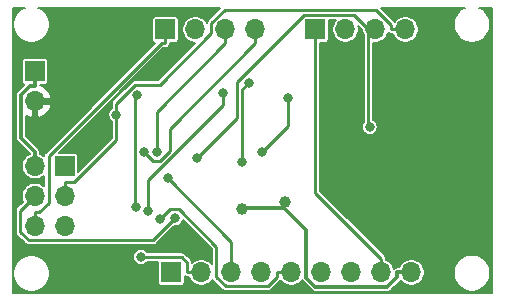
<source format=gbl>
%TF.GenerationSoftware,KiCad,Pcbnew,5.1.10-88a1d61d58~88~ubuntu20.04.1*%
%TF.CreationDate,2021-06-25T21:15:04-07:00*%
%TF.ProjectId,BACEE,42414345-452e-46b6-9963-61645f706362,1*%
%TF.SameCoordinates,Original*%
%TF.FileFunction,Copper,L2,Bot*%
%TF.FilePolarity,Positive*%
%FSLAX46Y46*%
G04 Gerber Fmt 4.6, Leading zero omitted, Abs format (unit mm)*
G04 Created by KiCad (PCBNEW 5.1.10-88a1d61d58~88~ubuntu20.04.1) date 2021-06-25 21:15:04*
%MOMM*%
%LPD*%
G01*
G04 APERTURE LIST*
%TA.AperFunction,ComponentPad*%
%ADD10R,1.700000X1.700000*%
%TD*%
%TA.AperFunction,ComponentPad*%
%ADD11O,1.700000X1.700000*%
%TD*%
%TA.AperFunction,ViaPad*%
%ADD12C,1.000000*%
%TD*%
%TA.AperFunction,ViaPad*%
%ADD13C,0.800000*%
%TD*%
%TA.AperFunction,Conductor*%
%ADD14C,0.300000*%
%TD*%
%TA.AperFunction,Conductor*%
%ADD15C,0.250000*%
%TD*%
%TA.AperFunction,Conductor*%
%ADD16C,0.150000*%
%TD*%
%TA.AperFunction,Conductor*%
%ADD17C,0.100000*%
%TD*%
G04 APERTURE END LIST*
D10*
%TO.P,BT1-3.3V,1*%
%TO.N,/Vcc*%
X68961000Y-100076000D03*
D11*
%TO.P,BT1-3.3V,2*%
%TO.N,GNDPWR*%
X68961000Y-102616000D03*
%TD*%
D10*
%TO.P,J1,1*%
%TO.N,/Connectors/GND*%
X80010000Y-96520000D03*
D11*
%TO.P,J1,2*%
%TO.N,/Vcc*%
X82550000Y-96520000D03*
%TO.P,J1,3*%
%TO.N,/RX*%
X85090000Y-96520000D03*
%TO.P,J1,4*%
%TO.N,/TX*%
X87630000Y-96520000D03*
%TD*%
D10*
%TO.P,J2,1*%
%TO.N,/D2*%
X80518000Y-117094000D03*
D11*
%TO.P,J2,2*%
%TO.N,/D3*%
X83058000Y-117094000D03*
%TO.P,J2,3*%
%TO.N,/D4*%
X85598000Y-117094000D03*
%TO.P,J2,4*%
%TO.N,/D5*%
X88138000Y-117094000D03*
%TO.P,J2,5*%
%TO.N,/D6*%
X90678000Y-117094000D03*
%TO.P,J2,6*%
%TO.N,/D7*%
X93218000Y-117094000D03*
%TO.P,J2,7*%
%TO.N,/D8*%
X95758000Y-117094000D03*
%TO.P,J2,8*%
%TO.N,/Connectors/GND*%
X98298000Y-117094000D03*
%TO.P,J2,9*%
%TO.N,/Vcc*%
X100838000Y-117094000D03*
%TD*%
%TO.P,J3,4*%
%TO.N,/SCL*%
X100330000Y-96520000D03*
%TO.P,J3,3*%
%TO.N,/SDA*%
X97790000Y-96520000D03*
%TO.P,J3,2*%
%TO.N,/Vcc*%
X95250000Y-96520000D03*
D10*
%TO.P,J3,1*%
%TO.N,/Connectors/GND*%
X92710000Y-96520000D03*
%TD*%
%TO.P,J4,1*%
%TO.N,/MISO*%
X71501000Y-108087000D03*
D11*
%TO.P,J4,2*%
%TO.N,/Vcc*%
X68961000Y-108087000D03*
%TO.P,J4,3*%
%TO.N,/SCL*%
X71501000Y-110627000D03*
%TO.P,J4,4*%
%TO.N,/MOSI*%
X68961000Y-110627000D03*
%TO.P,J4,5*%
%TO.N,/RESET*%
X71501000Y-113167000D03*
%TO.P,J4,6*%
%TO.N,/Connectors/GND*%
X68961000Y-113167000D03*
%TD*%
D12*
%TO.N,/Vcc*%
X86482900Y-111728000D03*
X90114100Y-111125000D03*
D13*
%TO.N,Net-(C1-Pad2)*%
X77521400Y-111537600D03*
X77615800Y-102098100D03*
%TO.N,Net-(C2-Pad2)*%
X78541500Y-111897800D03*
X84905400Y-101911100D03*
%TO.N,/RX*%
X79285600Y-106888800D03*
%TO.N,/TX*%
X78223400Y-106932800D03*
%TO.N,/D3*%
X77948800Y-115792700D03*
%TO.N,/D4*%
X80244300Y-109118600D03*
%TO.N,/D6*%
X79594200Y-112558600D03*
%TO.N,/SCL*%
X75853800Y-103737300D03*
%TO.N,/SDA*%
X82663500Y-107403200D03*
X97306400Y-104775000D03*
%TO.N,/MOSI*%
X80855700Y-112510500D03*
%TO.N,/ADDS1*%
X87092800Y-101016700D03*
X86537900Y-107728000D03*
%TO.N,/ADDS2*%
X90408700Y-102305800D03*
X88173200Y-106928000D03*
%TD*%
D14*
%TO.N,/Vcc*%
X100838000Y-117094000D02*
X99637700Y-117094000D01*
X90056600Y-111636600D02*
X86574300Y-111636600D01*
X86574300Y-111636600D02*
X86482900Y-111728000D01*
X90056600Y-111636600D02*
X90056600Y-111182500D01*
X90056600Y-111182500D02*
X90114100Y-111125000D01*
X99637700Y-117094000D02*
X99637700Y-117469100D01*
X99637700Y-117469100D02*
X98812400Y-118294400D01*
X98812400Y-118294400D02*
X92712700Y-118294400D01*
X92712700Y-118294400D02*
X91948000Y-117529700D01*
X91948000Y-117529700D02*
X91948000Y-113528000D01*
X91948000Y-113528000D02*
X90056600Y-111636600D01*
X68961000Y-100076000D02*
X68961000Y-101276300D01*
X68961000Y-108087000D02*
X68961000Y-106886700D01*
X68961000Y-106886700D02*
X67760700Y-105686400D01*
X67760700Y-105686400D02*
X67760700Y-102101400D01*
X67760700Y-102101400D02*
X68585800Y-101276300D01*
X68585800Y-101276300D02*
X68961000Y-101276300D01*
D15*
%TO.N,Net-(C1-Pad2)*%
X77521400Y-111537600D02*
X77422800Y-111439000D01*
X77422800Y-111439000D02*
X77422800Y-102291100D01*
X77422800Y-102291100D02*
X77615800Y-102098100D01*
%TO.N,Net-(C2-Pad2)*%
X84905400Y-101911100D02*
X84905400Y-102941400D01*
X84905400Y-102941400D02*
X78541500Y-109305300D01*
X78541500Y-109305300D02*
X78541500Y-111897800D01*
%TO.N,/Connectors/GND*%
X92710000Y-97695300D02*
X92710000Y-110330700D01*
X92710000Y-110330700D02*
X98298000Y-115918700D01*
X92710000Y-96520000D02*
X92710000Y-97695300D01*
X98298000Y-117094000D02*
X98298000Y-115918700D01*
X80010000Y-97695300D02*
X79684600Y-97695300D01*
X79684600Y-97695300D02*
X70136300Y-107243600D01*
X70136300Y-107243600D02*
X70136300Y-111183800D01*
X70136300Y-111183800D02*
X69328400Y-111991700D01*
X69328400Y-111991700D02*
X68961000Y-111991700D01*
X68961000Y-113167000D02*
X68961000Y-111991700D01*
X80010000Y-96520000D02*
X80010000Y-97695300D01*
%TO.N,/RX*%
X85090000Y-96520000D02*
X85090000Y-97695300D01*
X85090000Y-97695300D02*
X79285600Y-103499700D01*
X79285600Y-103499700D02*
X79285600Y-106888800D01*
%TO.N,/TX*%
X87630000Y-97695300D02*
X80398000Y-104927300D01*
X80398000Y-104927300D02*
X80398000Y-106802200D01*
X80398000Y-106802200D02*
X79561500Y-107638700D01*
X79561500Y-107638700D02*
X78929300Y-107638700D01*
X78929300Y-107638700D02*
X78223400Y-106932800D01*
X87630000Y-96520000D02*
X87630000Y-97695300D01*
%TO.N,/D3*%
X81882700Y-117094000D02*
X81882700Y-116286000D01*
X81882700Y-116286000D02*
X81389400Y-115792700D01*
X81389400Y-115792700D02*
X77948800Y-115792700D01*
X83058000Y-117094000D02*
X81882700Y-117094000D01*
%TO.N,/D4*%
X85598000Y-117094000D02*
X85598000Y-114472300D01*
X85598000Y-114472300D02*
X80244300Y-109118600D01*
%TO.N,/D6*%
X89502700Y-117094000D02*
X89502700Y-117461300D01*
X89502700Y-117461300D02*
X88694600Y-118269400D01*
X88694600Y-118269400D02*
X85109200Y-118269400D01*
X85109200Y-118269400D02*
X84328000Y-117488200D01*
X84328000Y-117488200D02*
X84328000Y-114934900D01*
X84328000Y-114934900D02*
X81132400Y-111739300D01*
X81132400Y-111739300D02*
X80413500Y-111739300D01*
X80413500Y-111739300D02*
X79594200Y-112558600D01*
X90678000Y-117094000D02*
X89502700Y-117094000D01*
%TO.N,/SCL*%
X100330000Y-96520000D02*
X99154700Y-96520000D01*
X99154700Y-96520000D02*
X99154700Y-96152700D01*
X99154700Y-96152700D02*
X97863200Y-94861200D01*
X97863200Y-94861200D02*
X85040700Y-94861200D01*
X85040700Y-94861200D02*
X83914600Y-95987300D01*
X83914600Y-95987300D02*
X83914600Y-96825200D01*
X83914600Y-96825200D02*
X79538700Y-101201100D01*
X79538700Y-101201100D02*
X77452800Y-101201100D01*
X77452800Y-101201100D02*
X75853800Y-102800100D01*
X75853800Y-102800100D02*
X75853800Y-103737300D01*
X71501000Y-110627000D02*
X71501000Y-109451700D01*
X71501000Y-109451700D02*
X72309000Y-109451700D01*
X72309000Y-109451700D02*
X75853800Y-105906900D01*
X75853800Y-105906900D02*
X75853800Y-103737300D01*
%TO.N,/SDA*%
X97202400Y-96520000D02*
X96009900Y-95327500D01*
X96009900Y-95327500D02*
X91736500Y-95327500D01*
X91736500Y-95327500D02*
X86087500Y-100976500D01*
X86087500Y-100976500D02*
X86087500Y-103979200D01*
X86087500Y-103979200D02*
X82663500Y-107403200D01*
X97306400Y-104775000D02*
X97202400Y-104671000D01*
X97202400Y-104671000D02*
X97202400Y-96520000D01*
X97790000Y-96520000D02*
X97202400Y-96520000D01*
%TO.N,/MOSI*%
X68961000Y-110627000D02*
X67733700Y-111854300D01*
X67733700Y-111854300D02*
X67733700Y-113668400D01*
X67733700Y-113668400D02*
X68434700Y-114369400D01*
X68434700Y-114369400D02*
X78996800Y-114369400D01*
X78996800Y-114369400D02*
X80855700Y-112510500D01*
%TO.N,/ADDS1*%
X87092800Y-101016700D02*
X86537900Y-101571600D01*
X86537900Y-101571600D02*
X86537900Y-107728000D01*
%TO.N,/ADDS2*%
X90408700Y-102305800D02*
X90408700Y-104692500D01*
X90408700Y-104692500D02*
X88173200Y-106928000D01*
%TD*%
D16*
%TO.N,GNDPWR*%
X67941507Y-94728984D02*
X67685603Y-94899974D01*
X67467974Y-95117603D01*
X67296984Y-95373507D01*
X67179204Y-95657853D01*
X67119160Y-95959713D01*
X67119160Y-96267487D01*
X67179204Y-96569347D01*
X67296984Y-96853693D01*
X67467974Y-97109597D01*
X67685603Y-97327226D01*
X67941507Y-97498216D01*
X68225853Y-97615996D01*
X68527713Y-97676040D01*
X68835487Y-97676040D01*
X69137347Y-97615996D01*
X69421693Y-97498216D01*
X69677597Y-97327226D01*
X69895226Y-97109597D01*
X70066216Y-96853693D01*
X70183996Y-96569347D01*
X70244040Y-96267487D01*
X70244040Y-95959713D01*
X70183996Y-95657853D01*
X70066216Y-95373507D01*
X69895226Y-95117603D01*
X69677597Y-94899974D01*
X69421693Y-94728984D01*
X69257565Y-94661000D01*
X84675214Y-94661000D01*
X83645652Y-95690563D01*
X83630389Y-95703089D01*
X83580403Y-95763998D01*
X83543260Y-95833487D01*
X83520388Y-95908886D01*
X83520388Y-95908887D01*
X83517087Y-95942402D01*
X83423844Y-95802855D01*
X83267145Y-95646156D01*
X83082887Y-95523038D01*
X82878150Y-95438233D01*
X82660803Y-95395000D01*
X82439197Y-95395000D01*
X82221850Y-95438233D01*
X82017113Y-95523038D01*
X81832855Y-95646156D01*
X81676156Y-95802855D01*
X81553038Y-95987113D01*
X81468233Y-96191850D01*
X81425000Y-96409197D01*
X81425000Y-96630803D01*
X81468233Y-96848150D01*
X81553038Y-97052887D01*
X81676156Y-97237145D01*
X81832855Y-97393844D01*
X82017113Y-97516962D01*
X82221850Y-97601767D01*
X82439197Y-97645000D01*
X82529114Y-97645000D01*
X79373015Y-100801100D01*
X77472435Y-100801100D01*
X77452799Y-100799166D01*
X77433163Y-100801100D01*
X77433153Y-100801100D01*
X77374386Y-100806888D01*
X77298986Y-100829760D01*
X77229497Y-100866903D01*
X77168589Y-100916889D01*
X77156065Y-100932150D01*
X75584852Y-102503363D01*
X75569589Y-102515889D01*
X75519603Y-102576798D01*
X75482460Y-102646287D01*
X75467296Y-102696277D01*
X75459588Y-102721687D01*
X75451865Y-102800100D01*
X75453800Y-102819747D01*
X75453800Y-103192756D01*
X75423513Y-103212993D01*
X75329493Y-103307013D01*
X75255623Y-103417568D01*
X75204740Y-103540410D01*
X75178800Y-103670818D01*
X75178800Y-103803782D01*
X75204740Y-103934190D01*
X75255623Y-104057032D01*
X75329493Y-104167587D01*
X75423513Y-104261607D01*
X75453801Y-104281844D01*
X75453800Y-105741214D01*
X72627330Y-108567685D01*
X72627330Y-107237000D01*
X72622020Y-107183091D01*
X72606296Y-107131253D01*
X72580760Y-107083479D01*
X72546395Y-107041605D01*
X72504521Y-107007240D01*
X72456747Y-106981704D01*
X72404909Y-106965980D01*
X72351000Y-106960670D01*
X70984915Y-106960670D01*
X79850285Y-98095300D01*
X79990354Y-98095300D01*
X80010000Y-98097235D01*
X80088414Y-98089512D01*
X80163814Y-98066640D01*
X80233303Y-98029497D01*
X80294211Y-97979511D01*
X80344197Y-97918603D01*
X80381340Y-97849114D01*
X80404212Y-97773714D01*
X80410000Y-97714947D01*
X80411935Y-97695300D01*
X80410000Y-97675653D01*
X80410000Y-97646330D01*
X80860000Y-97646330D01*
X80913909Y-97641020D01*
X80965747Y-97625296D01*
X81013521Y-97599760D01*
X81055395Y-97565395D01*
X81089760Y-97523521D01*
X81115296Y-97475747D01*
X81131020Y-97423909D01*
X81136330Y-97370000D01*
X81136330Y-95670000D01*
X81131020Y-95616091D01*
X81115296Y-95564253D01*
X81089760Y-95516479D01*
X81055395Y-95474605D01*
X81013521Y-95440240D01*
X80965747Y-95414704D01*
X80913909Y-95398980D01*
X80860000Y-95393670D01*
X79160000Y-95393670D01*
X79106091Y-95398980D01*
X79054253Y-95414704D01*
X79006479Y-95440240D01*
X78964605Y-95474605D01*
X78930240Y-95516479D01*
X78904704Y-95564253D01*
X78888980Y-95616091D01*
X78883670Y-95670000D01*
X78883670Y-97370000D01*
X78888980Y-97423909D01*
X78904704Y-97475747D01*
X78930240Y-97523521D01*
X78964605Y-97565395D01*
X79006479Y-97599760D01*
X79054253Y-97625296D01*
X79106091Y-97641020D01*
X79160000Y-97646330D01*
X79167885Y-97646330D01*
X69867352Y-106946863D01*
X69852089Y-106959389D01*
X69802103Y-107020298D01*
X69764960Y-107089787D01*
X69750821Y-107136397D01*
X69742088Y-107165187D01*
X69734365Y-107243600D01*
X69736300Y-107263247D01*
X69736300Y-107271311D01*
X69678145Y-107213156D01*
X69493887Y-107090038D01*
X69386000Y-107045350D01*
X69386000Y-106907574D01*
X69388056Y-106886700D01*
X69379850Y-106803386D01*
X69355548Y-106723273D01*
X69348185Y-106709498D01*
X69316084Y-106649440D01*
X69262974Y-106584726D01*
X69246756Y-106571416D01*
X68185700Y-105510360D01*
X68185700Y-103812954D01*
X68300960Y-103887950D01*
X68561788Y-103992277D01*
X68782000Y-103892033D01*
X68782000Y-102795000D01*
X69140000Y-102795000D01*
X69140000Y-103892033D01*
X69360212Y-103992277D01*
X69621040Y-103887950D01*
X69856503Y-103734742D01*
X70057552Y-103538542D01*
X70216461Y-103306889D01*
X70327123Y-103048685D01*
X70337270Y-103015211D01*
X70235744Y-102795000D01*
X69140000Y-102795000D01*
X68782000Y-102795000D01*
X68762000Y-102795000D01*
X68762000Y-102437000D01*
X68782000Y-102437000D01*
X68782000Y-102417000D01*
X69140000Y-102417000D01*
X69140000Y-102437000D01*
X70235744Y-102437000D01*
X70337270Y-102216789D01*
X70327123Y-102183315D01*
X70216461Y-101925111D01*
X70057552Y-101693458D01*
X69856503Y-101497258D01*
X69621040Y-101344050D01*
X69386000Y-101250038D01*
X69386000Y-101202330D01*
X69811000Y-101202330D01*
X69864909Y-101197020D01*
X69916747Y-101181296D01*
X69964521Y-101155760D01*
X70006395Y-101121395D01*
X70040760Y-101079521D01*
X70066296Y-101031747D01*
X70082020Y-100979909D01*
X70087330Y-100926000D01*
X70087330Y-99226000D01*
X70082020Y-99172091D01*
X70066296Y-99120253D01*
X70040760Y-99072479D01*
X70006395Y-99030605D01*
X69964521Y-98996240D01*
X69916747Y-98970704D01*
X69864909Y-98954980D01*
X69811000Y-98949670D01*
X68111000Y-98949670D01*
X68057091Y-98954980D01*
X68005253Y-98970704D01*
X67957479Y-98996240D01*
X67915605Y-99030605D01*
X67881240Y-99072479D01*
X67855704Y-99120253D01*
X67839980Y-99172091D01*
X67834670Y-99226000D01*
X67834670Y-100926000D01*
X67839980Y-100979909D01*
X67855704Y-101031747D01*
X67881240Y-101079521D01*
X67915605Y-101121395D01*
X67957479Y-101155760D01*
X68005253Y-101181296D01*
X68057091Y-101197020D01*
X68063417Y-101197643D01*
X67474939Y-101786121D01*
X67458727Y-101799426D01*
X67405617Y-101864140D01*
X67392241Y-101889165D01*
X67366153Y-101937973D01*
X67341850Y-102018086D01*
X67333645Y-102101400D01*
X67335701Y-102122277D01*
X67335700Y-105665533D01*
X67333645Y-105686400D01*
X67335700Y-105707267D01*
X67335700Y-105707273D01*
X67341850Y-105769713D01*
X67366152Y-105849826D01*
X67405616Y-105923659D01*
X67458726Y-105988374D01*
X67474944Y-106001684D01*
X68523703Y-107050443D01*
X68428113Y-107090038D01*
X68243855Y-107213156D01*
X68087156Y-107369855D01*
X67964038Y-107554113D01*
X67879233Y-107758850D01*
X67836000Y-107976197D01*
X67836000Y-108197803D01*
X67879233Y-108415150D01*
X67964038Y-108619887D01*
X68087156Y-108804145D01*
X68243855Y-108960844D01*
X68428113Y-109083962D01*
X68632850Y-109168767D01*
X68850197Y-109212000D01*
X69071803Y-109212000D01*
X69289150Y-109168767D01*
X69493887Y-109083962D01*
X69678145Y-108960844D01*
X69736300Y-108902689D01*
X69736301Y-109811312D01*
X69678145Y-109753156D01*
X69493887Y-109630038D01*
X69289150Y-109545233D01*
X69071803Y-109502000D01*
X68850197Y-109502000D01*
X68632850Y-109545233D01*
X68428113Y-109630038D01*
X68243855Y-109753156D01*
X68087156Y-109909855D01*
X67964038Y-110094113D01*
X67879233Y-110298850D01*
X67836000Y-110516197D01*
X67836000Y-110737803D01*
X67879233Y-110955150D01*
X67934277Y-111088038D01*
X67464752Y-111557563D01*
X67449489Y-111570089D01*
X67399503Y-111630998D01*
X67362360Y-111700487D01*
X67350586Y-111739301D01*
X67339488Y-111775887D01*
X67331765Y-111854300D01*
X67333700Y-111873947D01*
X67333701Y-113648744D01*
X67331765Y-113668400D01*
X67339488Y-113746813D01*
X67362361Y-113822214D01*
X67399503Y-113891702D01*
X67436965Y-113937350D01*
X67436968Y-113937353D01*
X67449490Y-113952611D01*
X67464748Y-113965133D01*
X68137963Y-114638348D01*
X68150489Y-114653611D01*
X68165750Y-114666135D01*
X68211397Y-114703597D01*
X68280886Y-114740740D01*
X68356286Y-114763612D01*
X68434700Y-114771335D01*
X68454347Y-114769400D01*
X78977154Y-114769400D01*
X78996800Y-114771335D01*
X79016446Y-114769400D01*
X79016447Y-114769400D01*
X79075214Y-114763612D01*
X79150614Y-114740740D01*
X79220103Y-114703597D01*
X79281011Y-114653611D01*
X79293537Y-114638348D01*
X80753492Y-113178393D01*
X80789218Y-113185500D01*
X80922182Y-113185500D01*
X81052590Y-113159560D01*
X81175432Y-113108677D01*
X81285987Y-113034807D01*
X81380007Y-112940787D01*
X81453877Y-112830232D01*
X81504760Y-112707390D01*
X81509745Y-112682330D01*
X83928001Y-115100587D01*
X83928000Y-116373011D01*
X83775145Y-116220156D01*
X83590887Y-116097038D01*
X83386150Y-116012233D01*
X83168803Y-115969000D01*
X82947197Y-115969000D01*
X82729850Y-116012233D01*
X82525113Y-116097038D01*
X82340855Y-116220156D01*
X82283772Y-116277239D01*
X82276912Y-116207586D01*
X82254040Y-116132186D01*
X82216897Y-116062697D01*
X82179435Y-116017050D01*
X82166911Y-116001789D01*
X82151648Y-115989263D01*
X81686137Y-115523752D01*
X81673611Y-115508489D01*
X81612703Y-115458503D01*
X81543214Y-115421360D01*
X81467814Y-115398488D01*
X81409047Y-115392700D01*
X81409046Y-115392700D01*
X81389400Y-115390765D01*
X81369754Y-115392700D01*
X78493344Y-115392700D01*
X78473107Y-115362413D01*
X78379087Y-115268393D01*
X78268532Y-115194523D01*
X78145690Y-115143640D01*
X78015282Y-115117700D01*
X77882318Y-115117700D01*
X77751910Y-115143640D01*
X77629068Y-115194523D01*
X77518513Y-115268393D01*
X77424493Y-115362413D01*
X77350623Y-115472968D01*
X77299740Y-115595810D01*
X77273800Y-115726218D01*
X77273800Y-115859182D01*
X77299740Y-115989590D01*
X77350623Y-116112432D01*
X77424493Y-116222987D01*
X77518513Y-116317007D01*
X77629068Y-116390877D01*
X77751910Y-116441760D01*
X77882318Y-116467700D01*
X78015282Y-116467700D01*
X78145690Y-116441760D01*
X78268532Y-116390877D01*
X78379087Y-116317007D01*
X78473107Y-116222987D01*
X78493344Y-116192700D01*
X79396723Y-116192700D01*
X79391670Y-116244000D01*
X79391670Y-117944000D01*
X79396980Y-117997909D01*
X79412704Y-118049747D01*
X79438240Y-118097521D01*
X79472605Y-118139395D01*
X79514479Y-118173760D01*
X79562253Y-118199296D01*
X79614091Y-118215020D01*
X79668000Y-118220330D01*
X81368000Y-118220330D01*
X81421909Y-118215020D01*
X81473747Y-118199296D01*
X81521521Y-118173760D01*
X81563395Y-118139395D01*
X81597760Y-118097521D01*
X81623296Y-118049747D01*
X81639020Y-117997909D01*
X81644330Y-117944000D01*
X81644330Y-117415832D01*
X81659397Y-117428197D01*
X81728886Y-117465340D01*
X81804286Y-117488212D01*
X81807698Y-117488548D01*
X81882700Y-117495935D01*
X81902346Y-117494000D01*
X82005994Y-117494000D01*
X82061038Y-117626887D01*
X82184156Y-117811145D01*
X82340855Y-117967844D01*
X82525113Y-118090962D01*
X82729850Y-118175767D01*
X82947197Y-118219000D01*
X83168803Y-118219000D01*
X83386150Y-118175767D01*
X83590887Y-118090962D01*
X83775145Y-117967844D01*
X83931844Y-117811145D01*
X83996350Y-117714606D01*
X84043789Y-117772411D01*
X84059052Y-117784937D01*
X84812463Y-118538348D01*
X84824989Y-118553611D01*
X84885897Y-118603597D01*
X84955386Y-118640740D01*
X85030786Y-118663612D01*
X85088122Y-118669259D01*
X85109200Y-118671335D01*
X85128847Y-118669400D01*
X88674954Y-118669400D01*
X88694600Y-118671335D01*
X88714246Y-118669400D01*
X88714247Y-118669400D01*
X88773014Y-118663612D01*
X88848414Y-118640740D01*
X88917903Y-118603597D01*
X88978811Y-118553611D01*
X88991337Y-118538348D01*
X89769863Y-117759823D01*
X89804156Y-117811145D01*
X89960855Y-117967844D01*
X90145113Y-118090962D01*
X90349850Y-118175767D01*
X90567197Y-118219000D01*
X90788803Y-118219000D01*
X91006150Y-118175767D01*
X91210887Y-118090962D01*
X91395145Y-117967844D01*
X91551844Y-117811145D01*
X91587784Y-117757357D01*
X91592916Y-117766959D01*
X91646026Y-117831674D01*
X91662243Y-117844983D01*
X92397421Y-118580162D01*
X92410726Y-118596374D01*
X92475440Y-118649484D01*
X92549273Y-118688948D01*
X92590378Y-118701417D01*
X92629385Y-118713250D01*
X92637798Y-118714079D01*
X92691826Y-118719400D01*
X92691832Y-118719400D01*
X92712699Y-118721455D01*
X92733566Y-118719400D01*
X98791533Y-118719400D01*
X98812400Y-118721455D01*
X98833267Y-118719400D01*
X98833274Y-118719400D01*
X98895714Y-118713250D01*
X98975827Y-118688948D01*
X99049660Y-118649484D01*
X99114374Y-118596374D01*
X99127683Y-118580157D01*
X99923462Y-117784379D01*
X99938193Y-117772289D01*
X99964156Y-117811145D01*
X100120855Y-117967844D01*
X100305113Y-118090962D01*
X100509850Y-118175767D01*
X100727197Y-118219000D01*
X100948803Y-118219000D01*
X101166150Y-118175767D01*
X101370887Y-118090962D01*
X101555145Y-117967844D01*
X101711844Y-117811145D01*
X101834962Y-117626887D01*
X101919767Y-117422150D01*
X101963000Y-117204803D01*
X101963000Y-116990913D01*
X104406360Y-116990913D01*
X104406360Y-117298687D01*
X104466404Y-117600547D01*
X104584184Y-117884893D01*
X104755174Y-118140797D01*
X104972803Y-118358426D01*
X105228707Y-118529416D01*
X105513053Y-118647196D01*
X105814913Y-118707240D01*
X106122687Y-118707240D01*
X106424547Y-118647196D01*
X106708893Y-118529416D01*
X106964797Y-118358426D01*
X107182426Y-118140797D01*
X107353416Y-117884893D01*
X107471196Y-117600547D01*
X107531240Y-117298687D01*
X107531240Y-116990913D01*
X107471196Y-116689053D01*
X107353416Y-116404707D01*
X107182426Y-116148803D01*
X106964797Y-115931174D01*
X106708893Y-115760184D01*
X106424547Y-115642404D01*
X106122687Y-115582360D01*
X105814913Y-115582360D01*
X105513053Y-115642404D01*
X105228707Y-115760184D01*
X104972803Y-115931174D01*
X104755174Y-116148803D01*
X104584184Y-116404707D01*
X104466404Y-116689053D01*
X104406360Y-116990913D01*
X101963000Y-116990913D01*
X101963000Y-116983197D01*
X101919767Y-116765850D01*
X101834962Y-116561113D01*
X101711844Y-116376855D01*
X101555145Y-116220156D01*
X101370887Y-116097038D01*
X101166150Y-116012233D01*
X100948803Y-115969000D01*
X100727197Y-115969000D01*
X100509850Y-116012233D01*
X100305113Y-116097038D01*
X100120855Y-116220156D01*
X99964156Y-116376855D01*
X99841038Y-116561113D01*
X99796350Y-116669000D01*
X99658574Y-116669000D01*
X99637700Y-116666944D01*
X99616826Y-116669000D01*
X99554386Y-116675150D01*
X99474273Y-116699452D01*
X99400440Y-116738916D01*
X99376686Y-116758411D01*
X99294962Y-116561113D01*
X99171844Y-116376855D01*
X99015145Y-116220156D01*
X98830887Y-116097038D01*
X98698000Y-116041994D01*
X98698000Y-115938335D01*
X98699934Y-115918699D01*
X98698000Y-115899063D01*
X98698000Y-115899053D01*
X98692212Y-115840286D01*
X98669340Y-115764886D01*
X98632197Y-115695397D01*
X98582211Y-115634489D01*
X98566948Y-115621963D01*
X93110000Y-110165015D01*
X93110000Y-97646330D01*
X93560000Y-97646330D01*
X93613909Y-97641020D01*
X93665747Y-97625296D01*
X93713521Y-97599760D01*
X93755395Y-97565395D01*
X93789760Y-97523521D01*
X93815296Y-97475747D01*
X93831020Y-97423909D01*
X93836330Y-97370000D01*
X93836330Y-95727500D01*
X94451511Y-95727500D01*
X94376156Y-95802855D01*
X94253038Y-95987113D01*
X94168233Y-96191850D01*
X94125000Y-96409197D01*
X94125000Y-96630803D01*
X94168233Y-96848150D01*
X94253038Y-97052887D01*
X94376156Y-97237145D01*
X94532855Y-97393844D01*
X94717113Y-97516962D01*
X94921850Y-97601767D01*
X95139197Y-97645000D01*
X95360803Y-97645000D01*
X95578150Y-97601767D01*
X95782887Y-97516962D01*
X95967145Y-97393844D01*
X96123844Y-97237145D01*
X96246962Y-97052887D01*
X96331767Y-96848150D01*
X96375000Y-96630803D01*
X96375000Y-96409197D01*
X96337528Y-96220813D01*
X96665000Y-96548285D01*
X96665000Y-96630803D01*
X96708233Y-96848150D01*
X96793038Y-97052887D01*
X96802401Y-97066900D01*
X96802400Y-104324406D01*
X96782093Y-104344713D01*
X96708223Y-104455268D01*
X96657340Y-104578110D01*
X96631400Y-104708518D01*
X96631400Y-104841482D01*
X96657340Y-104971890D01*
X96708223Y-105094732D01*
X96782093Y-105205287D01*
X96876113Y-105299307D01*
X96986668Y-105373177D01*
X97109510Y-105424060D01*
X97239918Y-105450000D01*
X97372882Y-105450000D01*
X97503290Y-105424060D01*
X97626132Y-105373177D01*
X97736687Y-105299307D01*
X97830707Y-105205287D01*
X97904577Y-105094732D01*
X97955460Y-104971890D01*
X97981400Y-104841482D01*
X97981400Y-104708518D01*
X97955460Y-104578110D01*
X97904577Y-104455268D01*
X97830707Y-104344713D01*
X97736687Y-104250693D01*
X97626132Y-104176823D01*
X97602400Y-104166993D01*
X97602400Y-97629724D01*
X97679197Y-97645000D01*
X97900803Y-97645000D01*
X98118150Y-97601767D01*
X98322887Y-97516962D01*
X98507145Y-97393844D01*
X98663844Y-97237145D01*
X98786962Y-97052887D01*
X98871767Y-96848150D01*
X98879101Y-96811279D01*
X98931397Y-96854197D01*
X99000886Y-96891340D01*
X99076286Y-96914212D01*
X99154700Y-96921935D01*
X99174346Y-96920000D01*
X99277994Y-96920000D01*
X99333038Y-97052887D01*
X99456156Y-97237145D01*
X99612855Y-97393844D01*
X99797113Y-97516962D01*
X100001850Y-97601767D01*
X100219197Y-97645000D01*
X100440803Y-97645000D01*
X100658150Y-97601767D01*
X100862887Y-97516962D01*
X101047145Y-97393844D01*
X101203844Y-97237145D01*
X101326962Y-97052887D01*
X101411767Y-96848150D01*
X101455000Y-96630803D01*
X101455000Y-96409197D01*
X101411767Y-96191850D01*
X101326962Y-95987113D01*
X101203844Y-95802855D01*
X101047145Y-95646156D01*
X100862887Y-95523038D01*
X100658150Y-95438233D01*
X100440803Y-95395000D01*
X100219197Y-95395000D01*
X100001850Y-95438233D01*
X99797113Y-95523038D01*
X99612855Y-95646156D01*
X99456156Y-95802855D01*
X99421863Y-95854177D01*
X98228685Y-94661000D01*
X105392835Y-94661000D01*
X105228707Y-94728984D01*
X104972803Y-94899974D01*
X104755174Y-95117603D01*
X104584184Y-95373507D01*
X104466404Y-95657853D01*
X104406360Y-95959713D01*
X104406360Y-96267487D01*
X104466404Y-96569347D01*
X104584184Y-96853693D01*
X104755174Y-97109597D01*
X104972803Y-97327226D01*
X105228707Y-97498216D01*
X105513053Y-97615996D01*
X105814913Y-97676040D01*
X106122687Y-97676040D01*
X106424547Y-97615996D01*
X106708893Y-97498216D01*
X106964797Y-97327226D01*
X107182426Y-97109597D01*
X107353416Y-96853693D01*
X107471196Y-96569347D01*
X107531240Y-96267487D01*
X107531240Y-95959713D01*
X107471196Y-95657853D01*
X107353416Y-95373507D01*
X107182426Y-95117603D01*
X106964797Y-94899974D01*
X106708893Y-94728984D01*
X106544765Y-94661000D01*
X107554330Y-94661000D01*
X107584452Y-94663954D01*
X107599318Y-94668442D01*
X107613029Y-94675732D01*
X107625062Y-94685546D01*
X107634958Y-94697508D01*
X107642344Y-94711168D01*
X107646937Y-94726006D01*
X107650001Y-94755154D01*
X107650000Y-118730330D01*
X107647047Y-118760452D01*
X107642558Y-118775319D01*
X107635268Y-118789029D01*
X107625455Y-118801061D01*
X107613493Y-118810957D01*
X107599827Y-118818346D01*
X107584996Y-118822937D01*
X107555855Y-118826000D01*
X67197670Y-118826000D01*
X67167548Y-118823047D01*
X67152681Y-118818558D01*
X67138971Y-118811268D01*
X67126939Y-118801455D01*
X67117043Y-118789493D01*
X67109654Y-118775827D01*
X67105063Y-118760996D01*
X67102000Y-118731855D01*
X67102000Y-117041713D01*
X67119160Y-117041713D01*
X67119160Y-117349487D01*
X67179204Y-117651347D01*
X67296984Y-117935693D01*
X67467974Y-118191597D01*
X67685603Y-118409226D01*
X67941507Y-118580216D01*
X68225853Y-118697996D01*
X68527713Y-118758040D01*
X68835487Y-118758040D01*
X69137347Y-118697996D01*
X69421693Y-118580216D01*
X69677597Y-118409226D01*
X69895226Y-118191597D01*
X70066216Y-117935693D01*
X70183996Y-117651347D01*
X70244040Y-117349487D01*
X70244040Y-117041713D01*
X70183996Y-116739853D01*
X70066216Y-116455507D01*
X69895226Y-116199603D01*
X69677597Y-115981974D01*
X69421693Y-115810984D01*
X69137347Y-115693204D01*
X68835487Y-115633160D01*
X68527713Y-115633160D01*
X68225853Y-115693204D01*
X67941507Y-115810984D01*
X67685603Y-115981974D01*
X67467974Y-116199603D01*
X67296984Y-116455507D01*
X67179204Y-116739853D01*
X67119160Y-117041713D01*
X67102000Y-117041713D01*
X67102000Y-94756670D01*
X67104954Y-94726548D01*
X67108514Y-94714755D01*
X67172617Y-94663473D01*
X67196145Y-94661000D01*
X68105635Y-94661000D01*
X67941507Y-94728984D01*
%TA.AperFunction,Conductor*%
D17*
G36*
X67941507Y-94728984D02*
G01*
X67685603Y-94899974D01*
X67467974Y-95117603D01*
X67296984Y-95373507D01*
X67179204Y-95657853D01*
X67119160Y-95959713D01*
X67119160Y-96267487D01*
X67179204Y-96569347D01*
X67296984Y-96853693D01*
X67467974Y-97109597D01*
X67685603Y-97327226D01*
X67941507Y-97498216D01*
X68225853Y-97615996D01*
X68527713Y-97676040D01*
X68835487Y-97676040D01*
X69137347Y-97615996D01*
X69421693Y-97498216D01*
X69677597Y-97327226D01*
X69895226Y-97109597D01*
X70066216Y-96853693D01*
X70183996Y-96569347D01*
X70244040Y-96267487D01*
X70244040Y-95959713D01*
X70183996Y-95657853D01*
X70066216Y-95373507D01*
X69895226Y-95117603D01*
X69677597Y-94899974D01*
X69421693Y-94728984D01*
X69257565Y-94661000D01*
X84675214Y-94661000D01*
X83645652Y-95690563D01*
X83630389Y-95703089D01*
X83580403Y-95763998D01*
X83543260Y-95833487D01*
X83520388Y-95908886D01*
X83520388Y-95908887D01*
X83517087Y-95942402D01*
X83423844Y-95802855D01*
X83267145Y-95646156D01*
X83082887Y-95523038D01*
X82878150Y-95438233D01*
X82660803Y-95395000D01*
X82439197Y-95395000D01*
X82221850Y-95438233D01*
X82017113Y-95523038D01*
X81832855Y-95646156D01*
X81676156Y-95802855D01*
X81553038Y-95987113D01*
X81468233Y-96191850D01*
X81425000Y-96409197D01*
X81425000Y-96630803D01*
X81468233Y-96848150D01*
X81553038Y-97052887D01*
X81676156Y-97237145D01*
X81832855Y-97393844D01*
X82017113Y-97516962D01*
X82221850Y-97601767D01*
X82439197Y-97645000D01*
X82529114Y-97645000D01*
X79373015Y-100801100D01*
X77472435Y-100801100D01*
X77452799Y-100799166D01*
X77433163Y-100801100D01*
X77433153Y-100801100D01*
X77374386Y-100806888D01*
X77298986Y-100829760D01*
X77229497Y-100866903D01*
X77168589Y-100916889D01*
X77156065Y-100932150D01*
X75584852Y-102503363D01*
X75569589Y-102515889D01*
X75519603Y-102576798D01*
X75482460Y-102646287D01*
X75467296Y-102696277D01*
X75459588Y-102721687D01*
X75451865Y-102800100D01*
X75453800Y-102819747D01*
X75453800Y-103192756D01*
X75423513Y-103212993D01*
X75329493Y-103307013D01*
X75255623Y-103417568D01*
X75204740Y-103540410D01*
X75178800Y-103670818D01*
X75178800Y-103803782D01*
X75204740Y-103934190D01*
X75255623Y-104057032D01*
X75329493Y-104167587D01*
X75423513Y-104261607D01*
X75453801Y-104281844D01*
X75453800Y-105741214D01*
X72627330Y-108567685D01*
X72627330Y-107237000D01*
X72622020Y-107183091D01*
X72606296Y-107131253D01*
X72580760Y-107083479D01*
X72546395Y-107041605D01*
X72504521Y-107007240D01*
X72456747Y-106981704D01*
X72404909Y-106965980D01*
X72351000Y-106960670D01*
X70984915Y-106960670D01*
X79850285Y-98095300D01*
X79990354Y-98095300D01*
X80010000Y-98097235D01*
X80088414Y-98089512D01*
X80163814Y-98066640D01*
X80233303Y-98029497D01*
X80294211Y-97979511D01*
X80344197Y-97918603D01*
X80381340Y-97849114D01*
X80404212Y-97773714D01*
X80410000Y-97714947D01*
X80411935Y-97695300D01*
X80410000Y-97675653D01*
X80410000Y-97646330D01*
X80860000Y-97646330D01*
X80913909Y-97641020D01*
X80965747Y-97625296D01*
X81013521Y-97599760D01*
X81055395Y-97565395D01*
X81089760Y-97523521D01*
X81115296Y-97475747D01*
X81131020Y-97423909D01*
X81136330Y-97370000D01*
X81136330Y-95670000D01*
X81131020Y-95616091D01*
X81115296Y-95564253D01*
X81089760Y-95516479D01*
X81055395Y-95474605D01*
X81013521Y-95440240D01*
X80965747Y-95414704D01*
X80913909Y-95398980D01*
X80860000Y-95393670D01*
X79160000Y-95393670D01*
X79106091Y-95398980D01*
X79054253Y-95414704D01*
X79006479Y-95440240D01*
X78964605Y-95474605D01*
X78930240Y-95516479D01*
X78904704Y-95564253D01*
X78888980Y-95616091D01*
X78883670Y-95670000D01*
X78883670Y-97370000D01*
X78888980Y-97423909D01*
X78904704Y-97475747D01*
X78930240Y-97523521D01*
X78964605Y-97565395D01*
X79006479Y-97599760D01*
X79054253Y-97625296D01*
X79106091Y-97641020D01*
X79160000Y-97646330D01*
X79167885Y-97646330D01*
X69867352Y-106946863D01*
X69852089Y-106959389D01*
X69802103Y-107020298D01*
X69764960Y-107089787D01*
X69750821Y-107136397D01*
X69742088Y-107165187D01*
X69734365Y-107243600D01*
X69736300Y-107263247D01*
X69736300Y-107271311D01*
X69678145Y-107213156D01*
X69493887Y-107090038D01*
X69386000Y-107045350D01*
X69386000Y-106907574D01*
X69388056Y-106886700D01*
X69379850Y-106803386D01*
X69355548Y-106723273D01*
X69348185Y-106709498D01*
X69316084Y-106649440D01*
X69262974Y-106584726D01*
X69246756Y-106571416D01*
X68185700Y-105510360D01*
X68185700Y-103812954D01*
X68300960Y-103887950D01*
X68561788Y-103992277D01*
X68782000Y-103892033D01*
X68782000Y-102795000D01*
X69140000Y-102795000D01*
X69140000Y-103892033D01*
X69360212Y-103992277D01*
X69621040Y-103887950D01*
X69856503Y-103734742D01*
X70057552Y-103538542D01*
X70216461Y-103306889D01*
X70327123Y-103048685D01*
X70337270Y-103015211D01*
X70235744Y-102795000D01*
X69140000Y-102795000D01*
X68782000Y-102795000D01*
X68762000Y-102795000D01*
X68762000Y-102437000D01*
X68782000Y-102437000D01*
X68782000Y-102417000D01*
X69140000Y-102417000D01*
X69140000Y-102437000D01*
X70235744Y-102437000D01*
X70337270Y-102216789D01*
X70327123Y-102183315D01*
X70216461Y-101925111D01*
X70057552Y-101693458D01*
X69856503Y-101497258D01*
X69621040Y-101344050D01*
X69386000Y-101250038D01*
X69386000Y-101202330D01*
X69811000Y-101202330D01*
X69864909Y-101197020D01*
X69916747Y-101181296D01*
X69964521Y-101155760D01*
X70006395Y-101121395D01*
X70040760Y-101079521D01*
X70066296Y-101031747D01*
X70082020Y-100979909D01*
X70087330Y-100926000D01*
X70087330Y-99226000D01*
X70082020Y-99172091D01*
X70066296Y-99120253D01*
X70040760Y-99072479D01*
X70006395Y-99030605D01*
X69964521Y-98996240D01*
X69916747Y-98970704D01*
X69864909Y-98954980D01*
X69811000Y-98949670D01*
X68111000Y-98949670D01*
X68057091Y-98954980D01*
X68005253Y-98970704D01*
X67957479Y-98996240D01*
X67915605Y-99030605D01*
X67881240Y-99072479D01*
X67855704Y-99120253D01*
X67839980Y-99172091D01*
X67834670Y-99226000D01*
X67834670Y-100926000D01*
X67839980Y-100979909D01*
X67855704Y-101031747D01*
X67881240Y-101079521D01*
X67915605Y-101121395D01*
X67957479Y-101155760D01*
X68005253Y-101181296D01*
X68057091Y-101197020D01*
X68063417Y-101197643D01*
X67474939Y-101786121D01*
X67458727Y-101799426D01*
X67405617Y-101864140D01*
X67392241Y-101889165D01*
X67366153Y-101937973D01*
X67341850Y-102018086D01*
X67333645Y-102101400D01*
X67335701Y-102122277D01*
X67335700Y-105665533D01*
X67333645Y-105686400D01*
X67335700Y-105707267D01*
X67335700Y-105707273D01*
X67341850Y-105769713D01*
X67366152Y-105849826D01*
X67405616Y-105923659D01*
X67458726Y-105988374D01*
X67474944Y-106001684D01*
X68523703Y-107050443D01*
X68428113Y-107090038D01*
X68243855Y-107213156D01*
X68087156Y-107369855D01*
X67964038Y-107554113D01*
X67879233Y-107758850D01*
X67836000Y-107976197D01*
X67836000Y-108197803D01*
X67879233Y-108415150D01*
X67964038Y-108619887D01*
X68087156Y-108804145D01*
X68243855Y-108960844D01*
X68428113Y-109083962D01*
X68632850Y-109168767D01*
X68850197Y-109212000D01*
X69071803Y-109212000D01*
X69289150Y-109168767D01*
X69493887Y-109083962D01*
X69678145Y-108960844D01*
X69736300Y-108902689D01*
X69736301Y-109811312D01*
X69678145Y-109753156D01*
X69493887Y-109630038D01*
X69289150Y-109545233D01*
X69071803Y-109502000D01*
X68850197Y-109502000D01*
X68632850Y-109545233D01*
X68428113Y-109630038D01*
X68243855Y-109753156D01*
X68087156Y-109909855D01*
X67964038Y-110094113D01*
X67879233Y-110298850D01*
X67836000Y-110516197D01*
X67836000Y-110737803D01*
X67879233Y-110955150D01*
X67934277Y-111088038D01*
X67464752Y-111557563D01*
X67449489Y-111570089D01*
X67399503Y-111630998D01*
X67362360Y-111700487D01*
X67350586Y-111739301D01*
X67339488Y-111775887D01*
X67331765Y-111854300D01*
X67333700Y-111873947D01*
X67333701Y-113648744D01*
X67331765Y-113668400D01*
X67339488Y-113746813D01*
X67362361Y-113822214D01*
X67399503Y-113891702D01*
X67436965Y-113937350D01*
X67436968Y-113937353D01*
X67449490Y-113952611D01*
X67464748Y-113965133D01*
X68137963Y-114638348D01*
X68150489Y-114653611D01*
X68165750Y-114666135D01*
X68211397Y-114703597D01*
X68280886Y-114740740D01*
X68356286Y-114763612D01*
X68434700Y-114771335D01*
X68454347Y-114769400D01*
X78977154Y-114769400D01*
X78996800Y-114771335D01*
X79016446Y-114769400D01*
X79016447Y-114769400D01*
X79075214Y-114763612D01*
X79150614Y-114740740D01*
X79220103Y-114703597D01*
X79281011Y-114653611D01*
X79293537Y-114638348D01*
X80753492Y-113178393D01*
X80789218Y-113185500D01*
X80922182Y-113185500D01*
X81052590Y-113159560D01*
X81175432Y-113108677D01*
X81285987Y-113034807D01*
X81380007Y-112940787D01*
X81453877Y-112830232D01*
X81504760Y-112707390D01*
X81509745Y-112682330D01*
X83928001Y-115100587D01*
X83928000Y-116373011D01*
X83775145Y-116220156D01*
X83590887Y-116097038D01*
X83386150Y-116012233D01*
X83168803Y-115969000D01*
X82947197Y-115969000D01*
X82729850Y-116012233D01*
X82525113Y-116097038D01*
X82340855Y-116220156D01*
X82283772Y-116277239D01*
X82276912Y-116207586D01*
X82254040Y-116132186D01*
X82216897Y-116062697D01*
X82179435Y-116017050D01*
X82166911Y-116001789D01*
X82151648Y-115989263D01*
X81686137Y-115523752D01*
X81673611Y-115508489D01*
X81612703Y-115458503D01*
X81543214Y-115421360D01*
X81467814Y-115398488D01*
X81409047Y-115392700D01*
X81409046Y-115392700D01*
X81389400Y-115390765D01*
X81369754Y-115392700D01*
X78493344Y-115392700D01*
X78473107Y-115362413D01*
X78379087Y-115268393D01*
X78268532Y-115194523D01*
X78145690Y-115143640D01*
X78015282Y-115117700D01*
X77882318Y-115117700D01*
X77751910Y-115143640D01*
X77629068Y-115194523D01*
X77518513Y-115268393D01*
X77424493Y-115362413D01*
X77350623Y-115472968D01*
X77299740Y-115595810D01*
X77273800Y-115726218D01*
X77273800Y-115859182D01*
X77299740Y-115989590D01*
X77350623Y-116112432D01*
X77424493Y-116222987D01*
X77518513Y-116317007D01*
X77629068Y-116390877D01*
X77751910Y-116441760D01*
X77882318Y-116467700D01*
X78015282Y-116467700D01*
X78145690Y-116441760D01*
X78268532Y-116390877D01*
X78379087Y-116317007D01*
X78473107Y-116222987D01*
X78493344Y-116192700D01*
X79396723Y-116192700D01*
X79391670Y-116244000D01*
X79391670Y-117944000D01*
X79396980Y-117997909D01*
X79412704Y-118049747D01*
X79438240Y-118097521D01*
X79472605Y-118139395D01*
X79514479Y-118173760D01*
X79562253Y-118199296D01*
X79614091Y-118215020D01*
X79668000Y-118220330D01*
X81368000Y-118220330D01*
X81421909Y-118215020D01*
X81473747Y-118199296D01*
X81521521Y-118173760D01*
X81563395Y-118139395D01*
X81597760Y-118097521D01*
X81623296Y-118049747D01*
X81639020Y-117997909D01*
X81644330Y-117944000D01*
X81644330Y-117415832D01*
X81659397Y-117428197D01*
X81728886Y-117465340D01*
X81804286Y-117488212D01*
X81807698Y-117488548D01*
X81882700Y-117495935D01*
X81902346Y-117494000D01*
X82005994Y-117494000D01*
X82061038Y-117626887D01*
X82184156Y-117811145D01*
X82340855Y-117967844D01*
X82525113Y-118090962D01*
X82729850Y-118175767D01*
X82947197Y-118219000D01*
X83168803Y-118219000D01*
X83386150Y-118175767D01*
X83590887Y-118090962D01*
X83775145Y-117967844D01*
X83931844Y-117811145D01*
X83996350Y-117714606D01*
X84043789Y-117772411D01*
X84059052Y-117784937D01*
X84812463Y-118538348D01*
X84824989Y-118553611D01*
X84885897Y-118603597D01*
X84955386Y-118640740D01*
X85030786Y-118663612D01*
X85088122Y-118669259D01*
X85109200Y-118671335D01*
X85128847Y-118669400D01*
X88674954Y-118669400D01*
X88694600Y-118671335D01*
X88714246Y-118669400D01*
X88714247Y-118669400D01*
X88773014Y-118663612D01*
X88848414Y-118640740D01*
X88917903Y-118603597D01*
X88978811Y-118553611D01*
X88991337Y-118538348D01*
X89769863Y-117759823D01*
X89804156Y-117811145D01*
X89960855Y-117967844D01*
X90145113Y-118090962D01*
X90349850Y-118175767D01*
X90567197Y-118219000D01*
X90788803Y-118219000D01*
X91006150Y-118175767D01*
X91210887Y-118090962D01*
X91395145Y-117967844D01*
X91551844Y-117811145D01*
X91587784Y-117757357D01*
X91592916Y-117766959D01*
X91646026Y-117831674D01*
X91662243Y-117844983D01*
X92397421Y-118580162D01*
X92410726Y-118596374D01*
X92475440Y-118649484D01*
X92549273Y-118688948D01*
X92590378Y-118701417D01*
X92629385Y-118713250D01*
X92637798Y-118714079D01*
X92691826Y-118719400D01*
X92691832Y-118719400D01*
X92712699Y-118721455D01*
X92733566Y-118719400D01*
X98791533Y-118719400D01*
X98812400Y-118721455D01*
X98833267Y-118719400D01*
X98833274Y-118719400D01*
X98895714Y-118713250D01*
X98975827Y-118688948D01*
X99049660Y-118649484D01*
X99114374Y-118596374D01*
X99127683Y-118580157D01*
X99923462Y-117784379D01*
X99938193Y-117772289D01*
X99964156Y-117811145D01*
X100120855Y-117967844D01*
X100305113Y-118090962D01*
X100509850Y-118175767D01*
X100727197Y-118219000D01*
X100948803Y-118219000D01*
X101166150Y-118175767D01*
X101370887Y-118090962D01*
X101555145Y-117967844D01*
X101711844Y-117811145D01*
X101834962Y-117626887D01*
X101919767Y-117422150D01*
X101963000Y-117204803D01*
X101963000Y-116990913D01*
X104406360Y-116990913D01*
X104406360Y-117298687D01*
X104466404Y-117600547D01*
X104584184Y-117884893D01*
X104755174Y-118140797D01*
X104972803Y-118358426D01*
X105228707Y-118529416D01*
X105513053Y-118647196D01*
X105814913Y-118707240D01*
X106122687Y-118707240D01*
X106424547Y-118647196D01*
X106708893Y-118529416D01*
X106964797Y-118358426D01*
X107182426Y-118140797D01*
X107353416Y-117884893D01*
X107471196Y-117600547D01*
X107531240Y-117298687D01*
X107531240Y-116990913D01*
X107471196Y-116689053D01*
X107353416Y-116404707D01*
X107182426Y-116148803D01*
X106964797Y-115931174D01*
X106708893Y-115760184D01*
X106424547Y-115642404D01*
X106122687Y-115582360D01*
X105814913Y-115582360D01*
X105513053Y-115642404D01*
X105228707Y-115760184D01*
X104972803Y-115931174D01*
X104755174Y-116148803D01*
X104584184Y-116404707D01*
X104466404Y-116689053D01*
X104406360Y-116990913D01*
X101963000Y-116990913D01*
X101963000Y-116983197D01*
X101919767Y-116765850D01*
X101834962Y-116561113D01*
X101711844Y-116376855D01*
X101555145Y-116220156D01*
X101370887Y-116097038D01*
X101166150Y-116012233D01*
X100948803Y-115969000D01*
X100727197Y-115969000D01*
X100509850Y-116012233D01*
X100305113Y-116097038D01*
X100120855Y-116220156D01*
X99964156Y-116376855D01*
X99841038Y-116561113D01*
X99796350Y-116669000D01*
X99658574Y-116669000D01*
X99637700Y-116666944D01*
X99616826Y-116669000D01*
X99554386Y-116675150D01*
X99474273Y-116699452D01*
X99400440Y-116738916D01*
X99376686Y-116758411D01*
X99294962Y-116561113D01*
X99171844Y-116376855D01*
X99015145Y-116220156D01*
X98830887Y-116097038D01*
X98698000Y-116041994D01*
X98698000Y-115938335D01*
X98699934Y-115918699D01*
X98698000Y-115899063D01*
X98698000Y-115899053D01*
X98692212Y-115840286D01*
X98669340Y-115764886D01*
X98632197Y-115695397D01*
X98582211Y-115634489D01*
X98566948Y-115621963D01*
X93110000Y-110165015D01*
X93110000Y-97646330D01*
X93560000Y-97646330D01*
X93613909Y-97641020D01*
X93665747Y-97625296D01*
X93713521Y-97599760D01*
X93755395Y-97565395D01*
X93789760Y-97523521D01*
X93815296Y-97475747D01*
X93831020Y-97423909D01*
X93836330Y-97370000D01*
X93836330Y-95727500D01*
X94451511Y-95727500D01*
X94376156Y-95802855D01*
X94253038Y-95987113D01*
X94168233Y-96191850D01*
X94125000Y-96409197D01*
X94125000Y-96630803D01*
X94168233Y-96848150D01*
X94253038Y-97052887D01*
X94376156Y-97237145D01*
X94532855Y-97393844D01*
X94717113Y-97516962D01*
X94921850Y-97601767D01*
X95139197Y-97645000D01*
X95360803Y-97645000D01*
X95578150Y-97601767D01*
X95782887Y-97516962D01*
X95967145Y-97393844D01*
X96123844Y-97237145D01*
X96246962Y-97052887D01*
X96331767Y-96848150D01*
X96375000Y-96630803D01*
X96375000Y-96409197D01*
X96337528Y-96220813D01*
X96665000Y-96548285D01*
X96665000Y-96630803D01*
X96708233Y-96848150D01*
X96793038Y-97052887D01*
X96802401Y-97066900D01*
X96802400Y-104324406D01*
X96782093Y-104344713D01*
X96708223Y-104455268D01*
X96657340Y-104578110D01*
X96631400Y-104708518D01*
X96631400Y-104841482D01*
X96657340Y-104971890D01*
X96708223Y-105094732D01*
X96782093Y-105205287D01*
X96876113Y-105299307D01*
X96986668Y-105373177D01*
X97109510Y-105424060D01*
X97239918Y-105450000D01*
X97372882Y-105450000D01*
X97503290Y-105424060D01*
X97626132Y-105373177D01*
X97736687Y-105299307D01*
X97830707Y-105205287D01*
X97904577Y-105094732D01*
X97955460Y-104971890D01*
X97981400Y-104841482D01*
X97981400Y-104708518D01*
X97955460Y-104578110D01*
X97904577Y-104455268D01*
X97830707Y-104344713D01*
X97736687Y-104250693D01*
X97626132Y-104176823D01*
X97602400Y-104166993D01*
X97602400Y-97629724D01*
X97679197Y-97645000D01*
X97900803Y-97645000D01*
X98118150Y-97601767D01*
X98322887Y-97516962D01*
X98507145Y-97393844D01*
X98663844Y-97237145D01*
X98786962Y-97052887D01*
X98871767Y-96848150D01*
X98879101Y-96811279D01*
X98931397Y-96854197D01*
X99000886Y-96891340D01*
X99076286Y-96914212D01*
X99154700Y-96921935D01*
X99174346Y-96920000D01*
X99277994Y-96920000D01*
X99333038Y-97052887D01*
X99456156Y-97237145D01*
X99612855Y-97393844D01*
X99797113Y-97516962D01*
X100001850Y-97601767D01*
X100219197Y-97645000D01*
X100440803Y-97645000D01*
X100658150Y-97601767D01*
X100862887Y-97516962D01*
X101047145Y-97393844D01*
X101203844Y-97237145D01*
X101326962Y-97052887D01*
X101411767Y-96848150D01*
X101455000Y-96630803D01*
X101455000Y-96409197D01*
X101411767Y-96191850D01*
X101326962Y-95987113D01*
X101203844Y-95802855D01*
X101047145Y-95646156D01*
X100862887Y-95523038D01*
X100658150Y-95438233D01*
X100440803Y-95395000D01*
X100219197Y-95395000D01*
X100001850Y-95438233D01*
X99797113Y-95523038D01*
X99612855Y-95646156D01*
X99456156Y-95802855D01*
X99421863Y-95854177D01*
X98228685Y-94661000D01*
X105392835Y-94661000D01*
X105228707Y-94728984D01*
X104972803Y-94899974D01*
X104755174Y-95117603D01*
X104584184Y-95373507D01*
X104466404Y-95657853D01*
X104406360Y-95959713D01*
X104406360Y-96267487D01*
X104466404Y-96569347D01*
X104584184Y-96853693D01*
X104755174Y-97109597D01*
X104972803Y-97327226D01*
X105228707Y-97498216D01*
X105513053Y-97615996D01*
X105814913Y-97676040D01*
X106122687Y-97676040D01*
X106424547Y-97615996D01*
X106708893Y-97498216D01*
X106964797Y-97327226D01*
X107182426Y-97109597D01*
X107353416Y-96853693D01*
X107471196Y-96569347D01*
X107531240Y-96267487D01*
X107531240Y-95959713D01*
X107471196Y-95657853D01*
X107353416Y-95373507D01*
X107182426Y-95117603D01*
X106964797Y-94899974D01*
X106708893Y-94728984D01*
X106544765Y-94661000D01*
X107554330Y-94661000D01*
X107584452Y-94663954D01*
X107599318Y-94668442D01*
X107613029Y-94675732D01*
X107625062Y-94685546D01*
X107634958Y-94697508D01*
X107642344Y-94711168D01*
X107646937Y-94726006D01*
X107650001Y-94755154D01*
X107650000Y-118730330D01*
X107647047Y-118760452D01*
X107642558Y-118775319D01*
X107635268Y-118789029D01*
X107625455Y-118801061D01*
X107613493Y-118810957D01*
X107599827Y-118818346D01*
X107584996Y-118822937D01*
X107555855Y-118826000D01*
X67197670Y-118826000D01*
X67167548Y-118823047D01*
X67152681Y-118818558D01*
X67138971Y-118811268D01*
X67126939Y-118801455D01*
X67117043Y-118789493D01*
X67109654Y-118775827D01*
X67105063Y-118760996D01*
X67102000Y-118731855D01*
X67102000Y-117041713D01*
X67119160Y-117041713D01*
X67119160Y-117349487D01*
X67179204Y-117651347D01*
X67296984Y-117935693D01*
X67467974Y-118191597D01*
X67685603Y-118409226D01*
X67941507Y-118580216D01*
X68225853Y-118697996D01*
X68527713Y-118758040D01*
X68835487Y-118758040D01*
X69137347Y-118697996D01*
X69421693Y-118580216D01*
X69677597Y-118409226D01*
X69895226Y-118191597D01*
X70066216Y-117935693D01*
X70183996Y-117651347D01*
X70244040Y-117349487D01*
X70244040Y-117041713D01*
X70183996Y-116739853D01*
X70066216Y-116455507D01*
X69895226Y-116199603D01*
X69677597Y-115981974D01*
X69421693Y-115810984D01*
X69137347Y-115693204D01*
X68835487Y-115633160D01*
X68527713Y-115633160D01*
X68225853Y-115693204D01*
X67941507Y-115810984D01*
X67685603Y-115981974D01*
X67467974Y-116199603D01*
X67296984Y-116455507D01*
X67179204Y-116739853D01*
X67119160Y-117041713D01*
X67102000Y-117041713D01*
X67102000Y-94756670D01*
X67104954Y-94726548D01*
X67108514Y-94714755D01*
X67172617Y-94663473D01*
X67196145Y-94661000D01*
X68105635Y-94661000D01*
X67941507Y-94728984D01*
G37*
%TD.AperFunction*%
%TD*%
M02*

</source>
